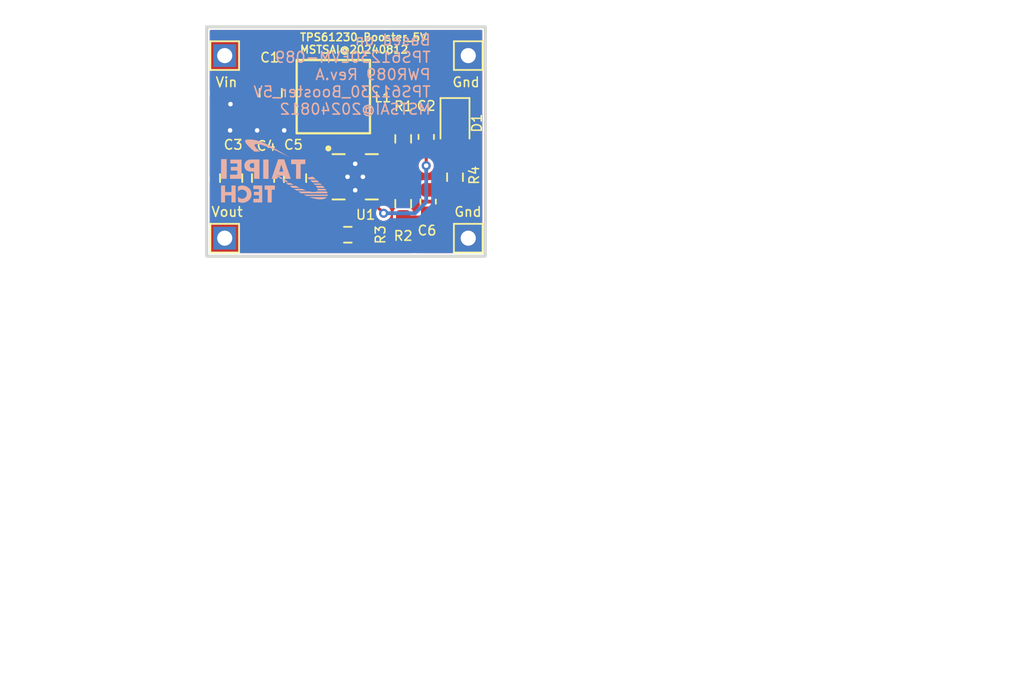
<source format=kicad_pcb>
(kicad_pcb (version 20240108) (generator "pcbnew") (generator_version "8.0")
  (layers (0 "F.Cu" signal) (31 "B.Cu" signal) (34 "B.Paste" user) (35 "F.Paste" user) (36 "B.SilkS" user "B.Silkscreen") (37 "F.SilkS" user "F.Silkscreen") (38 "B.Mask" user) (39 "F.Mask" user) (44 "Edge.Cuts" user))
  (net 0 "")
  (net 1 "GND")
  (net 2 "Net-(U1-SS)")
  (net 3 "Net-(U1-SW)")
  (net 4 "/FB")
  (net 5 "Net-(U1-VOUT)")
  (net 6 "/VIN")
  (net 7 "Net-(U1-PG)")
  (net 9 "Net-(D1-A)")
  (footprint "Resistor_SMD:R_0603_1608Metric_Pad0.98x0.95mm_HandSolder" (layer "F.Cu") (at 138.8315 71.501 180)
    (property "Reference" "R3" (at -2.159 0 90) (layer "F.SilkS") (effects (font (size 0.635 0.635) (thickness 0.1016))))
    (property "Value" "1M0" (hide yes))
    (fp_line (start -0.254724 0.5225) (end 0.254724 0.5225) (stroke (width 0.12)) (layer "F.SilkS"))
    (fp_line (start -0.254724 -0.5225) (end 0.254724 -0.5225) (stroke (width 0.12)) (layer "F.SilkS"))
    (pad "1" smd roundrect (at -0.9125 0 180) (size 0.975 0.95) (layers "F.Cu" "F.Paste" "F.Mask") (net 5 "Net-(U1-VOUT)"))
    (pad "2" smd roundrect (at 0.9125 0 180) (size 0.975 0.95) (layers "F.Cu" "F.Paste" "F.Mask") (net 7 "Net-(U1-PG)"))
  )
  (footprint "TestPoint:TestPoint_THTPad_1.5x1.5mm_Drill0.7mm" (layer "F.Cu") (at 130.683 59.6392)
    (property "Reference" "TP5" (hide yes))
    (property "Value" "VIN" (hide yes))
    (fp_line (start -0.95 -0.95) (end 0.95 -0.95) (stroke (width 0.12)) (layer "F.SilkS"))
    (fp_line (start -0.95 0.95) (end -0.95 -0.95) (stroke (width 0.12)) (layer "F.SilkS"))
    (fp_line (start 0.95 -0.95) (end 0.95 0.95) (stroke (width 0.12)) (layer "F.SilkS"))
    (fp_line (start 0.95 0.95) (end -0.95 0.95) (stroke (width 0.12)) (layer "F.SilkS"))
    (pad "1" thru_hole rect (at 0 0) (size 1.5 1.5) (drill 1) (layers "*.Cu" "*.Mask" "In1.Cu" "In2.Cu" "In3.Cu" "In4.Cu" "In5.Cu" "In6.Cu" "In7.Cu" "In8.Cu" "In9.Cu" "In10.Cu" "In11.Cu" "In12.Cu" "In13.Cu" "In14.Cu" "In15.Cu" "In16.Cu" "In17.Cu" "In18.Cu" "In19.Cu" "In20.Cu" "In21.Cu" "In22.Cu" "In23.Cu" "In24.Cu" "In25.Cu" "In26.Cu" "In27.Cu" "In28.Cu" "In29.Cu" "In30.Cu") (net 6 "/VIN"))
  )
  (footprint "Basic:TPS61230DRCR" (layer "F.Cu") (at 139.319 67.6656)
    (property "Reference" "U1" (at 0.6858 2.5146 180) (layer "F.SilkS") (effects (font (size 0.635 0.635) (thickness 0.1016) (bold yes))))
    (property "Value" "VREG_V62_16624-01YE_TPS61230DRCR" (hide yes))
    (fp_line (start -1.5 -1.5) (end -0.695 -1.5) (stroke (width 0.127)) (layer "F.SilkS"))
    (fp_line (start -1.5 1.5) (end -0.695 1.5) (stroke (width 0.127)) (layer "F.SilkS"))
    (fp_line (start 0.695 -1.5) (end 1.5 -1.5) (stroke (width 0.127)) (layer "F.SilkS"))
    (fp_line (start 0.695 1.5) (end 1.5 1.5) (stroke (width 0.127)) (layer "F.SilkS"))
    (fp_circle (center -1.778 -1.8796) (end -1.678 -1.8796) (stroke (width 0.2)) (fill none) (layer "F.SilkS"))
    (pad "1" smd roundrect (at -1.4 -1) (size 0.6 0.24) (layers "F.Cu" "F.Paste") (roundrect_rratio 0.125) (net 3 "Net-(U1-SW)"))
    (pad "2" smd roundrect (at -1.4 -0.5) (size 0.6 0.24) (layers "F.Cu" "F.Paste") (roundrect_rratio 0.125) (net 3 "Net-(U1-SW)"))
    (pad "3" smd roundrect (at -1.4 0) (size 0.6 0.24) (layers "F.Cu" "F.Paste") (roundrect_rratio 0.125) (net 5 "Net-(U1-VOUT)"))
    (pad "4" smd roundrect (at -1.4 0.5) (size 0.6 0.24) (layers "F.Cu" "F.Paste") (roundrect_rratio 0.125) (net 5 "Net-(U1-VOUT)"))
    (pad "5" smd roundrect (at -1.4 1) (size 0.6 0.24) (layers "F.Cu" "F.Paste") (roundrect_rratio 0.125) (net 7 "Net-(U1-PG)"))
    (pad "6" smd roundrect (at 1.4 1) (size 0.6 0.24) (layers "F.Cu" "F.Paste") (roundrect_rratio 0.125) (net 2 "Net-(U1-SS)"))
    (pad "7" smd roundrect (at 1.4 0.5) (size 0.6 0.24) (layers "F.Cu" "F.Paste") (roundrect_rratio 0.125) (net 4 "/FB"))
    (pad "8" smd roundrect (at 1.4 0) (size 0.6 0.24) (layers "F.Cu" "F.Paste") (roundrect_rratio 0.125))
    (pad "9" smd roundrect (at 1.4 -0.5) (size 0.6 0.24) (layers "F.Cu" "F.Paste") (roundrect_rratio 0.125) (net 6 "/VIN"))
    (pad "10" smd roundrect (at 1.4 -1) (size 0.6 0.24) (layers "F.Cu" "F.Paste") (roundrect_rratio 0.125) (net 6 "/VIN"))
    (pad "11" smd custom (at 0 0) (size 1.65 2.4) (layers "F.Cu") (net 1 "GND") (options (clearance outline) (anchor rect)) (primitives (gr_poly (pts (xy -0.825 -1.2) (xy -0.375 -1.2) (xy -0.375 -1.7) (xy -0.125 -1.7) (xy -0.125 -1.2) (xy 0.125 -1.2) (xy 0.125 -1.7) (xy 0.375 -1.7) (xy 0.375 -1.2) (xy 0.825 -1.2) (xy 0.825 1.2) (xy 0.375 1.2) (xy 0.375 1.7) (xy 0.125 1.7) (xy 0.125 1.2) (xy -0.125 1.2) (xy -0.125 1.7) (xy -0.375 1.7) (xy -0.375 1.2) (xy -0.825 1.2)) (width 0.01) (fill yes))))
    (pad "12" thru_hole circle (at 0 0.889) (size 0.5 0.5) (drill 0.3) (layers "*.Cu" "In1.Cu" "In2.Cu" "In3.Cu" "In4.Cu" "In5.Cu" "In6.Cu" "In7.Cu" "In8.Cu" "In9.Cu" "In10.Cu" "In11.Cu" "In12.Cu" "In13.Cu" "In14.Cu" "In15.Cu" "In16.Cu" "In17.Cu" "In18.Cu" "In19.Cu" "In20.Cu" "In21.Cu" "In22.Cu" "In23.Cu" "In24.Cu" "In25.Cu" "In26.Cu" "In27.Cu" "In28.Cu" "In29.Cu" "In30.Cu") (net 1 "GND"))
    (pad "13" thru_hole circle (at -0.508 0) (size 0.5 0.5) (drill 0.3) (layers "*.Cu" "In1.Cu" "In2.Cu" "In3.Cu" "In4.Cu" "In5.Cu" "In6.Cu" "In7.Cu" "In8.Cu" "In9.Cu" "In10.Cu" "In11.Cu" "In12.Cu" "In13.Cu" "In14.Cu" "In15.Cu" "In16.Cu" "In17.Cu" "In18.Cu" "In19.Cu" "In20.Cu" "In21.Cu" "In22.Cu" "In23.Cu" "In24.Cu" "In25.Cu" "In26.Cu" "In27.Cu" "In28.Cu" "In29.Cu" "In30.Cu") (net 1 "GND"))
    (pad "14" thru_hole circle (at 0.508 0) (size 0.5 0.5) (drill 0.3) (layers "*.Cu" "In1.Cu" "In2.Cu" "In3.Cu" "In4.Cu" "In5.Cu" "In6.Cu" "In7.Cu" "In8.Cu" "In9.Cu" "In10.Cu" "In11.Cu" "In12.Cu" "In13.Cu" "In14.Cu" "In15.Cu" "In16.Cu" "In17.Cu" "In18.Cu" "In19.Cu" "In20.Cu" "In21.Cu" "In22.Cu" "In23.Cu" "In24.Cu" "In25.Cu" "In26.Cu" "In27.Cu" "In28.Cu" "In29.Cu" "In30.Cu") (net 1 "GND"))
    (pad "15" thru_hole circle (at 0 -0.8636) (size 0.5 0.5) (drill 0.3) (layers "*.Cu" "In1.Cu" "In2.Cu" "In3.Cu" "In4.Cu" "In5.Cu" "In6.Cu" "In7.Cu" "In8.Cu" "In9.Cu" "In10.Cu" "In11.Cu" "In12.Cu" "In13.Cu" "In14.Cu" "In15.Cu" "In16.Cu" "In17.Cu" "In18.Cu" "In19.Cu" "In20.Cu" "In21.Cu" "In22.Cu" "In23.Cu" "In24.Cu" "In25.Cu" "In26.Cu" "In27.Cu" "In28.Cu" "In29.Cu" "In30.Cu") (net 1 "GND"))
  )
  (footprint "TestPoint:TestPoint_THTPad_1.5x1.5mm_Drill0.7mm" (layer "F.Cu") (at 146.8 59.6392)
    (property "Reference" "TP8" (hide yes))
    (property "Value" "GND" (hide yes))
    (fp_line (start -0.95 -0.95) (end 0.95 -0.95) (stroke (width 0.12)) (layer "F.SilkS"))
    (fp_line (start -0.95 0.95) (end -0.95 -0.95) (stroke (width 0.12)) (layer "F.SilkS"))
    (fp_line (start 0.95 -0.95) (end 0.95 0.95) (stroke (width 0.12)) (layer "F.SilkS"))
    (fp_line (start 0.95 0.95) (end -0.95 0.95) (stroke (width 0.12)) (layer "F.SilkS"))
    (pad "1" thru_hole rect (at 0 0) (size 1.5 1.5) (drill 1) (layers "*.Cu" "*.Mask" "In1.Cu" "In2.Cu" "In3.Cu" "In4.Cu" "In5.Cu" "In6.Cu" "In7.Cu" "In8.Cu" "In9.Cu" "In10.Cu" "In11.Cu" "In12.Cu" "In13.Cu" "In14.Cu" "In15.Cu" "In16.Cu" "In17.Cu" "In18.Cu" "In19.Cu" "In20.Cu" "In21.Cu" "In22.Cu" "In23.Cu" "In24.Cu" "In25.Cu" "In26.Cu" "In27.Cu" "In28.Cu" "In29.Cu" "In30.Cu") (net 1 "GND"))
  )
  (footprint "Capacitor_SMD:C_0603_1608Metric" (layer "F.Cu") (at 144.018 65.024 90)
    (property "Reference" "C2" (at 2.0574 0 0) (layer "F.SilkS") (effects (font (size 0.635 0.635) (thickness 0.1016))))
    (property "Value" "10nF" (hide yes))
    (fp_line (start -0.14058 -0.51) (end 0.14058 -0.51) (stroke (width 0.12)) (layer "F.SilkS"))
    (fp_line (start -0.14058 0.51) (end 0.14058 0.51) (stroke (width 0.12)) (layer "F.SilkS"))
    (pad "1" smd roundrect (at -0.775 0 90) (size 0.9 0.95) (layers "F.Cu" "F.Paste" "F.Mask") (net 2 "Net-(U1-SS)"))
    (pad "2" smd roundrect (at 0.775 0 90) (size 0.9 0.95) (layers "F.Cu" "F.Paste" "F.Mask") (net 1 "GND"))
  )
  (footprint "LED_SMD:LED_0805_2012Metric" (layer "F.Cu") (at 145.923 64.135 -90)
    (property "Reference" "D1" (at -0.0254 -1.4478 90) (layer "F.SilkS") (effects (font (size 0.635 0.635) (thickness 0.1016))))
    (property "Value" "LED" (hide yes))
    (fp_line (start -1.685 0.96) (end 1 0.96) (stroke (width 0.12)) (layer "F.SilkS"))
    (fp_line (start -1.685 -0.96) (end -1.685 0.96) (stroke (width 0.12)) (layer "F.SilkS"))
    (fp_line (start 1 -0.96) (end -1.685 -0.96) (stroke (width 0.12)) (layer "F.SilkS"))
    (pad "1" smd roundrect (at -0.9375 0 270) (size 0.975 1.4) (layers "F.Cu" "F.Paste" "F.Mask") (net 1 "GND"))
    (pad "2" smd roundrect (at 0.9375 0 270) (size 0.975 1.4) (layers "F.Cu" "F.Paste" "F.Mask") (net 9 "Net-(D1-A)"))
  )
  (footprint "Resistor_SMD:R_0603_1608Metric_Pad0.98x0.95mm_HandSolder" (layer "F.Cu") (at 142.494 69.44455 90)
    (property "Reference" "R2" (at -2.13265 0 180) (layer "F.SilkS") (effects (font (size 0.635 0.635) (thickness 0.1016))))
    (property "Value" "402K" (hide yes))
    (fp_line (start -0.254724 -0.5225) (end 0.254724 -0.5225) (stroke (width 0.12)) (layer "F.SilkS"))
    (fp_line (start -0.254724 0.5225) (end 0.254724 0.5225) (stroke (width 0.12)) (layer "F.SilkS"))
    (pad "1" smd roundrect (at -0.9125 0 90) (size 0.975 0.95) (layers "F.Cu" "F.Paste" "F.Mask") (net 5 "Net-(U1-VOUT)"))
    (pad "2" smd roundrect (at 0.9125 0 90) (size 0.975 0.95) (layers "F.Cu" "F.Paste" "F.Mask") (net 4 "/FB"))
  )
  (footprint "Capacitor_SMD:C_0805_2012Metric" (layer "F.Cu") (at 135.3376 67.752 90)
    (property "Reference" "C5" (at 2.2098 -0.108 180) (layer "F.SilkS") (effects (font (size 0.635 0.635) (thickness 0.1016))))
    (property "Value" "22uF" (hide yes))
    (fp_line (start -0.261252 -0.735) (end 0.261252 -0.735) (stroke (width 0.12)) (layer "F.SilkS"))
    (fp_line (start -0.261252 0.735) (end 0.261252 0.735) (stroke (width 0.12)) (layer "F.SilkS"))
    (pad "1" smd roundrect (at -0.95 0 90) (size 1 1.45) (layers "F.Cu" "F.Paste" "F.Mask") (net 5 "Net-(U1-VOUT)"))
    (pad "2" smd roundrect (at 0.95 0 90) (size 1 1.45) (layers "F.Cu" "F.Paste" "F.Mask") (net 1 "GND"))
  )
  (footprint "Capacitor_SMD:C_0805_2012Metric" (layer "F.Cu") (at 133.223 67.752 90)
    (property "Reference" "C4" (at 2.1336 0.2032 180) (layer "F.SilkS") (effects (font (size 0.635 0.635) (thickness 0.1016))))
    (property "Value" "22uF" (hide yes))
    (fp_line (start -0.261252 -0.735) (end 0.261252 -0.735) (stroke (width 0.12)) (layer "F.SilkS"))
    (fp_line (start -0.261252 0.735) (end 0.261252 0.735) (stroke (width 0.12)) (layer "F.SilkS"))
    (pad "1" smd roundrect (at -0.95 0 90) (size 1 1.45) (layers "F.Cu" "F.Paste" "F.Mask") (net 5 "Net-(U1-VOUT)"))
    (pad "2" smd roundrect (at 0.95 0 90) (size 1 1.45) (layers "F.Cu" "F.Paste" "F.Mask") (net 1 "GND"))
  )
  (footprint "Basic:IND_EXLA-0402_EAT" (layer "F.Cu") (at 137.8712 62.357 -90)
    (property "Reference" "L1" (at 0.0508 -3.2766 0) (layer "F.SilkS") (effects (font (size 0.635 0.635) (thickness 0.1016))))
    (property "Value" "1uH" (hide yes))
    (fp_line (start -2.4257 2.4257) (end 2.4257 2.4257) (stroke (width 0.1524)) (layer "F.SilkS"))
    (fp_line (start 2.4257 2.4257) (end 2.4257 -2.4257) (stroke (width 0.1524)) (layer "F.SilkS"))
    (fp_line (start -2.4257 -2.4257) (end -2.4257 2.4257) (stroke (width 0.1524)) (layer "F.SilkS"))
    (fp_line (start 2.4257 -2.4257) (end -2.4257 -2.4257) (stroke (width 0.1524)) (layer "F.SilkS"))
    (pad "1" smd rect (at -1.1303 0 270) (size 1.0922 3.7084) (layers "F.Cu" "F.Paste" "F.Mask") (net 6 "/VIN"))
    (pad "2" smd rect (at 1.1303 0 270) (size 1.0922 3.7084) (layers "F.Cu" "F.Paste" "F.Mask") (net 3 "Net-(U1-SW)"))
  )
  (footprint "TestPoint:TestPoint_THTPad_1.5x1.5mm_Drill0.7mm" (layer "F.Cu") (at 146.8 71.7296)
    (property "Reference" "TP6" (hide yes))
    (property "Value" "GND" (hide yes))
    (fp_line (start -0.95 -0.95) (end 0.95 -0.95) (stroke (width 0.12)) (layer "F.SilkS"))
    (fp_line (start -0.95 0.95) (end -0.95 -0.95) (stroke (width 0.12)) (layer "F.SilkS"))
    (fp_line (start 0.95 -0.95) (end 0.95 0.95) (stroke (width 0.12)) (layer "F.SilkS"))
    (fp_line (start 0.95 0.95) (end -0.95 0.95) (stroke (width 0.12)) (layer "F.SilkS"))
    (pad "1" thru_hole rect (at 0 0) (size 1.5 1.5) (drill 1) (layers "*.Cu" "*.Mask" "In1.Cu" "In2.Cu" "In3.Cu" "In4.Cu" "In5.Cu" "In6.Cu" "In7.Cu" "In8.Cu" "In9.Cu" "In10.Cu" "In11.Cu" "In12.Cu" "In13.Cu" "In14.Cu" "In15.Cu" "In16.Cu" "In17.Cu" "In18.Cu" "In19.Cu" "In20.Cu" "In21.Cu" "In22.Cu" "In23.Cu" "In24.Cu" "In25.Cu" "In26.Cu" "In27.Cu" "In28.Cu" "In29.Cu" "In30.Cu") (net 1 "GND"))
  )
  (footprint "Resistor_SMD:R_0603_1608Metric_Pad0.98x0.95mm_HandSolder" (layer "F.Cu") (at 142.494 65.151 90)
    (property "Reference" "R1" (at 2.1571 0.0254 180) (layer "F.SilkS") (effects (font (size 0.635 0.635) (thickness 0.1016))))
    (property "Value" "100K" (hide yes))
    (fp_line (start -0.254724 -0.5225) (end 0.254724 -0.5225) (stroke (width 0.12)) (layer "F.SilkS"))
    (fp_line (start -0.254724 0.5225) (end 0.254724 0.5225) (stroke (width 0.12)) (layer "F.SilkS"))
    (pad "1" smd roundrect (at -0.9125 0 90) (size 0.975 0.95) (layers "F.Cu" "F.Paste" "F.Mask") (net 4 "/FB"))
    (pad "2" smd roundrect (at 0.9125 0 90) (size 0.975 0.95) (layers "F.Cu" "F.Paste" "F.Mask") (net 1 "GND"))
  )
  (footprint "Capacitor_SMD:C_0805_2012Metric" (layer "F.Cu") (at 133.731 62.103 -90)
    (property "Reference" "C1" (at -2.3368 0.0762 180) (layer "F.SilkS") (effects (font (size 0.635 0.635) (thickness 0.1016))))
    (property "Value" "22uF" (hide yes))
    (fp_line (start -0.261252 0.735) (end 0.261252 0.735) (stroke (width 0.12)) (layer "F.SilkS"))
    (fp_line (start -0.261252 -0.735) (end 0.261252 -0.735) (stroke (width 0.12)) (layer "F.SilkS"))
    (pad "1" smd roundrect (at -0.95 0 270) (size 1 1.45) (layers "F.Cu" "F.Paste" "F.Mask") (net 6 "/VIN"))
    (pad "2" smd roundrect (at 0.95 0 270) (size 1 1.45) (layers "F.Cu" "F.Paste" "F.Mask") (net 1 "GND"))
  )
  (footprint "Capacitor_SMD:C_0603_1608Metric" (layer "F.Cu") (at 144.145 69.30705 90)
    (property "Reference" "C6" (at -1.9155 -0.0762 0) (layer "F.SilkS") (effects (font (size 0.635 0.635) (thickness 0.1016))))
    (property "Value" "DNI/18pF" (hide yes))
    (fp_line (start -0.14058 -0.51) (end 0.14058 -0.51) (stroke (width 0.12)) (layer "F.SilkS"))
    (fp_line (start -0.14058 0.51) (end 0.14058 0.51) (stroke (width 0.12)) (layer "F.SilkS"))
    (pad "1" smd roundrect (at -0.775 0 90) (size 0.9 0.95) (layers "F.Cu" "F.Paste" "F.Mask") (net 5 "Net-(U1-VOUT)"))
    (pad "2" smd roundrect (at 0.775 0 90) (size 0.9 0.95) (layers "F.Cu" "F.Paste" "F.Mask") (net 4 "/FB"))
  )
  (footprint "TestPoint:TestPoint_THTPad_1.5x1.5mm_Drill0.7mm" (layer "F.Cu") (at 130.683 71.7296)
    (property "Reference" "TP7" (hide yes))
    (property "Value" "VOUT" (hide yes))
    (fp_line (start -0.95 -0.95) (end 0.95 -0.95) (stroke (width 0.12)) (layer "F.SilkS"))
    (fp_line (start -0.95 0.95) (end -0.95 -0.95) (stroke (width 0.12)) (layer "F.SilkS"))
    (fp_line (start 0.95 -0.95) (end 0.95 0.95) (stroke (width 0.12)) (layer "F.SilkS"))
    (fp_line (start 0.95 0.95) (end -0.95 0.95) (stroke (width 0.12)) (layer "F.SilkS"))
    (pad "1" thru_hole rect (at 0 0) (size 1.5 1.5) (drill 1) (layers "*.Cu" "*.Mask" "In1.Cu" "In2.Cu" "In3.Cu" "In4.Cu" "In5.Cu" "In6.Cu" "In7.Cu" "In8.Cu" "In9.Cu" "In10.Cu" "In11.Cu" "In12.Cu" "In13.Cu" "In14.Cu" "In15.Cu" "In16.Cu" "In17.Cu" "In18.Cu" "In19.Cu" "In20.Cu" "In21.Cu" "In22.Cu" "In23.Cu" "In24.Cu" "In25.Cu" "In26.Cu" "In27.Cu" "In28.Cu" "In29.Cu" "In30.Cu") (net 5 "Net-(U1-VOUT)"))
  )
  (footprint "Resistor_SMD:R_0603_1608Metric_Pad0.98x0.95mm_HandSolder" (layer "F.Cu") (at 145.923 67.691 90)
    (property "Reference" "R4" (at 0.127 1.27 90) (layer "F.SilkS") (effects (font (size 0.635 0.635) (thickness 0.1016))))
    (property "Value" "1K" (hide yes))
    (fp_line (start -0.254724 -0.5225) (end 0.254724 -0.5225) (stroke (width 0.12)) (layer "F.SilkS"))
    (fp_line (start -0.254724 0.5225) (end 0.254724 0.5225) (stroke (width 0.12)) (layer "F.SilkS"))
    (pad "1" smd roundrect (at -0.9125 0 90) (size 0.975 0.95) (layers "F.Cu" "F.Paste" "F.Mask") (net 5 "Net-(U1-VOUT)"))
    (pad "2" smd roundrect (at 0.9125 0 90) (size 0.975 0.95) (layers "F.Cu" "F.Paste" "F.Mask") (net 9 "Net-(D1-A)"))
  )
  (footprint "Capacitor_SMD:C_0805_2012Metric" (layer "F.Cu") (at 131.1084 67.752 90)
    (property "Reference" "C3" (at 2.2098 0.1334 180) (layer "F.SilkS") (effects (font (size 0.635 0.635) (thickness 0.1016))))
    (property "Value" "22uF" (hide yes))
    (fp_line (start -0.261252 -0.735) (end 0.261252 -0.735) (stroke (width 0.12)) (layer "F.SilkS"))
    (fp_line (start -0.261252 0.735) (end 0.261252 0.735) (stroke (width 0.12)) (layer "F.SilkS"))
    (pad "1" smd roundrect (at -0.95 0 90) (size 1 1.45) (layers "F.Cu" "F.Paste" "F.Mask") (net 5 "Net-(U1-VOUT)"))
    (pad "2" smd roundrect (at 0.95 0 90) (size 1 1.45) (layers "F.Cu" "F.Paste" "F.Mask") (net 1 "GND"))
  )
  (footprint "VST104_logos:NTUT_logo_8mm" (layer "B.Cu") (at 133.9596 67.31 180)
    (property "Reference" "REF**" (hide yes))
    (property "Value" "NTUT_logo_8mm" (hide yes))
    (fp_poly (pts (xy -1.006078 0.938306) (xy -1.00807 0.936313) (xy -1.010062 0.938306) (xy -1.00807 0.940298)) (fill solid) (layer "B.SilkS"))
    (fp_poly (pts (xy -1.014047 0.934321) (xy -1.016039 0.932329) (xy -1.018031 0.934321) (xy -1.016039 0.936313)) (fill solid) (layer "B.SilkS"))
    (fp_poly (pts (xy 0.727099 0.151404) (xy 0.727099 -0.490071) (xy 0.551789 -0.490071) (xy 0.376479 -0.490071) (xy 0.376479 0.151404) (xy 0.376479 0.792878) (xy 0.551789 0.792878) (xy 0.727099 0.792878)) (fill solid) (layer "B.SilkS"))
    (fp_poly (pts (xy -2.639647 -0.838698) (xy -2.685336 -0.884518) (xy -2.916491 -0.884386) (xy -3.147647 -0.884253) (xy -3.099835 -0.838727) (xy -3.052023 -0.7932) (xy -2.82299 -0.793039) (xy -2.593957 -0.792879)) (fill solid) (layer "B.SilkS"))
    (fp_poly (pts (xy -1.574349 -1.152435) (xy -1.305008 -1.153459) (xy -1.386531 -1.206251) (xy -1.468055 -1.259043) (xy -1.795866 -1.258922) (xy -2.123678 -1.258801) (xy -2.043992 -1.229581) (xy -2.015085 -1.218855) (xy -1.98388 -1.207061) (xy -1.9529 -1.195168) (xy -1.924666 -1.184142) (xy -1.903998 -1.175886) (xy -1.84369 -1.151411)) (fill solid) (layer "B.SilkS"))
    (fp_poly (pts (xy -0.915922 -0.761954) (xy -0.762603 -0.762996) (xy -0.843501 -0.823723) (xy -0.9244 -0.88445) (xy -1.107558 -0.884484) (xy -1.290717 -0.884518) (xy -1.204695 -0.8372) (xy -1.179227 -0.823155) (xy -1.154614 -0.809512) (xy -1.132196 -0.797021) (xy -1.113312 -0.78643) (xy -1.099303 -0.778486) (xy -1.093957 -0.775397) (xy -1.069241 -0.760911)) (fill solid) (layer "B.SilkS"))
    (fp_poly (pts (xy -1.219068 -0.953211) (xy -1.019004 -0.954243) (xy -1.113145 -1.020841) (xy -1.207286 -1.087439) (xy -1.452321 -1.087331) (xy -1.697356 -1.087224) (xy -1.679427 -1.078737) (xy -1.671561 -1.074965) (xy -1.657527 -1.068183) (xy -1.63832 -1.058873) (xy -1.614936 -1.04752) (xy -1.588368 -1.034606) (xy -1.559612 -1.020613) (xy -1.540315 -1.011215) (xy -1.419132 -0.952179)) (fill solid) (layer "B.SilkS"))
    (fp_poly (pts (xy 0.635459 -1.067939) (xy 0.635459 -1.207247) (xy 0.535851 -1.207247) (xy 0.436244 -1.207247) (xy 0.436244 -1.631577) (xy 0.436244 -2.055906) (xy 0.300777 -2.055906) (xy 0.16531 -2.055906) (xy 0.16531 -1.631577) (xy 0.16531 -1.207247) (xy 0.059674 -1.207247) (xy -0.045962 -1.207247) (xy -0.044914 -1.068792) (xy -0.043866 -0.930338) (xy 0.295797 -0.929484) (xy 0.635459 -0.928631)) (fill solid) (layer "B.SilkS"))
    (fp_poly (pts (xy 2.906518 0.655419) (xy 2.906518 0.525929) (xy 2.675428 0.525929) (xy 2.444338 0.525929) (xy 2.444338 0.414368) (xy 2.444338 0.302808) (xy 2.657499 0.302808) (xy 2.870659 0.302808) (xy 2.870659 0.179294) (xy 2.870659 0.05578) (xy 2.657499 0.05578) (xy 2.444338 0.05578) (xy 2.444338 -0.077694) (xy 2.444338 -0.211169) (xy 2.685389 -0.211169) (xy 2.92644 -0.211169) (xy 2.92644 -0.35062) (xy 2.92644 -0.490071) (xy 2.543946 -0.490071) (xy 2.161451 -0.490071) (xy 2.161451 0.147419) (xy 2.161451 0.78491) (xy 2.533985 0.78491) (xy 2.906518 0.78491)) (fill solid) (layer "B.SilkS"))
    (fp_poly (pts (xy -1.117639 0.63749) (xy -1.117639 0.482102) (xy -1.28312 0.482102) (xy -1.448602 0.482102) (xy -1.446461 0.158376) (xy -1.446083 0.103195) (xy -1.445669 0.046571) (xy -1.445229 -0.010437) (xy -1.444772 -0.066768) (xy -1.444307 -0.121359) (xy -1.443844 -0.173151) (xy -1.443391 -0.221083) (xy -1.442958 -0.264094) (xy -1.442555 -0.301122) (xy -1.442234 -0.32771) (xy -1.440148 -0.490071) (xy -1.595646 -0.490071) (xy -1.751145 -0.490071) (xy -1.751145 -0.003985) (xy -1.751145 0.482102) (xy -1.904541 0.482102) (xy -2.057937 0.482102) (xy -2.057937 0.63749) (xy -2.057937 0.792878) (xy -1.587788 0.792878) (xy -1.117639 0.792878)) (fill solid) (layer "B.SilkS"))
    (fp_poly (pts (xy -2.60888 -0.587786) (xy -2.567611 -0.588327) (xy -2.528813 -0.588853) (xy -2.493202 -0.589353) (xy -2.461495 -0.589815) (xy -2.434406 -0.590229) (xy -2.412653 -0.590584) (xy -2.396952 -0.59087) (xy -2.388018 -0.591075) (xy -2.386175 -0.591162) (xy -2.388805 -0.593922) (xy -2.396443 -0.601407) (xy -2.40831 -0.612867) (xy -2.423626 -0.627551) (xy -2.441612 -0.644709) (xy -2.455901 -0.65829) (xy -2.526094 -0.724909) (xy -2.7532 -0.724829) (xy -2.980305 -0.724748) (xy -2.93847 -0.684745) (xy -2.91981 -0.667012) (xy -2.899643 -0.648027) (xy -2.880357 -0.630028) (xy -2.864336 -0.61525) (xy -2.863876 -0.61483) (xy -2.831118 -0.584919)) (fill solid) (layer "B.SilkS"))
    (fp_poly (pts (xy -2.86585 -1.164387) (xy -2.867669 -1.178051) (xy -2.868555 -1.196392) (xy -2.868506 -1.216176) (xy -2.867524 -1.234169) (xy -2.865856 -1.246094) (xy -2.862967 -1.259043) (xy -3.155715 -1.259043) (xy -3.203225 -1.258998) (xy -3.248343 -1.258867) (xy -3.290445 -1.258657) (xy -3.32891 -1.258376) (xy -3.363114 -1.258031) (xy -3.392436 -1.257629) (xy -3.416254 -1.257178) (xy -3.433944 -1.256684) (xy -3.444886 -1.256155) (xy -3.448462 -1.255622) (xy -3.44636 -1.251264) (xy -3.440573 -1.241555) (xy -3.431879 -1.227746) (xy -3.421058 -1.211087) (xy -3.415592 -1.20283) (xy -3.382721 -1.153459) (xy -3.122838 -1.152434) (xy -2.862956 -1.151409)) (fill solid) (layer "B.SilkS"))
    (fp_poly (pts (xy -2.777426 -0.992785) (xy -2.790801 -1.01139) (xy -2.803972 -1.030806) (xy -2.815292 -1.048544) (xy -2.822231 -1.060451) (xy -2.83687 -1.087583) (xy -3.085511 -1.08765) (xy -3.136175 -1.087655) (xy -3.179435 -1.08763) (xy -3.215857 -1.087558) (xy -3.246006 -1.087423) (xy -3.270446 -1.08721) (xy -3.289742 -1.086902) (xy -3.30446 -1.086483) (xy -3.315166 -1.085938) (xy -3.322422 -1.085249) (xy -3.326796 -1.084402) (xy -3.328852 -1.083379) (xy -3.329154 -1.082165) (xy -3.32827 -1.080745) (xy -3.3235 -1.075051) (xy -3.314861 -1.064701) (xy -3.303581 -1.051166) (xy -3.29089 -1.035922) (xy -3.27612 -1.018442) (xy -3.260653 -1.000584) (xy -3.246547 -0.984702) (xy -3.237776 -0.975161) (xy -3.216159 -0.952251) (xy -2.98171 -0.952251) (xy -2.74726 -0.952251)) (fill solid) (layer "B.SilkS"))
    (fp_poly (pts (xy 3.516118 0.163357) (xy 3.516118 -0.490071) (xy 3.333266 -0.490071) (xy 3.289997 -0.490048) (xy 3.254024 -0.489964) (xy 3.224676 -0.489797) (xy 3.201282 -0.489523) (xy 3.183168 -0.48912) (xy 3.169665 -0.488564) (xy 3.160098 -0.487833) (xy 3.153798 -0.486904) (xy 3.150091 -0.485755) (xy 3.148307 -0.484362) (xy 3.147995 -0.483769) (xy 3.147729 -0.479152) (xy 3.147471 -0.466991) (xy 3.147223 -0.447709) (xy 3.146986 -0.42173) (xy 3.146762 -0.389479) (xy 3.146553 -0.351379) (xy 3.146359 -0.307855) (xy 3.146183 -0.25933) (xy 3.146027 -0.206229) (xy 3.145891 -0.148975) (xy 3.145777 -0.087993) (xy 3.145688 -0.023706) (xy 3.145623 0.043462) (xy 3.145586 0.113086) (xy 3.145577 0.169659) (xy 3.145577 0.816784) (xy 3.330848 0.816784) (xy 3.516118 0.816784)) (fill solid) (layer "B.SilkS"))
    (fp_poly (pts (xy -0.607647 -0.552562) (xy -0.579532 -0.5532) (xy -0.55418 -0.553812) (xy -0.532636 -0.55437) (xy -0.515946 -0.554846) (xy -0.505154 -0.555211) (xy -0.501311 -0.555435) (xy -0.504008 -0.557964) (xy -0.511975 -0.564627) (xy -0.524219 -0.574631) (xy -0.539747 -0.587183) (xy -0.557566 -0.601488) (xy -0.576684 -0.616754) (xy -0.596108 -0.632186) (xy -0.614846 -0.646992) (xy -0.631905 -0.660378) (xy -0.646292 -0.67155) (xy -0.652664 -0.676431) (xy -0.68029 -0.697442) (xy -0.813302 -0.697148) (xy -0.844954 -0.696988) (xy -0.873912 -0.696668) (xy -0.899254 -0.696211) (xy -0.920054 -0.695642) (xy -0.935392 -0.694984) (xy -0.944342 -0.694261) (xy -0.946313 -0.693718) (xy -0.943022 -0.690997) (xy -0.933671 -0.68469) (xy -0.919045 -0.675289) (xy -0.899931 -0.663291) (xy -0.877112 -0.649187) (xy -0.851375 -0.633473) (xy -0.829772 -0.620412) (xy -0.713231 -0.550242)) (fill solid) (layer "B.SilkS"))
    (fp_poly (pts (xy -2.369958 -0.375875) (xy -2.333551 -0.382676) (xy -2.29958 -0.389104) (xy -2.268843 -0.395002) (xy -2.242137 -0.400214) (xy -2.220259 -0.404582) (xy -2.204007 -0.407949) (xy -2.194177 -0.410159) (xy -2.191483 -0.410977) (xy -2.19359 -0.41422) (xy -2.200852 -0.421922) (xy -2.212437 -0.433277) (xy -2.227519 -0.447479) (xy -2.245267 -0.463723) (xy -2.251995 -0.469777) (xy -2.314925 -0.526158) (xy -2.388635 -0.525048) (xy -2.410497 -0.524726) (xy -2.438775 -0.524321) (xy -2.471918 -0.523854) (xy -2.508374 -0.523347) (xy -2.546593 -0.522822) (xy -2.585021 -0.5223) (xy -2.611434 -0.521945) (xy -2.760523 -0.519953) (xy -2.715026 -0.479827) (xy -2.6922 -0.459919) (xy -2.668173 -0.439355) (xy -2.644014 -0.419016) (xy -2.620793 -0.399781) (xy -2.599578 -0.382532) (xy -2.581438 -0.368147) (xy -2.567444 -0.357507) (xy -2.560518 -0.352648) (xy -2.546015 -0.343191)) (fill solid) (layer "B.SilkS"))
    (fp_poly (pts (xy 1.380526 -1.049779) (xy 1.380526 -1.171309) (xy 1.196251 -1.172345) (xy 1.011977 -1.173381) (xy 1.010905 -1.262032) (xy 1.009832 -1.350683) (xy 1.17725 -1.350683) (xy 1.344667 -1.350683) (xy 1.344667 -1.46432) (xy 1.344667 -1.577957) (xy 1.184299 -1.577787) (xy 1.149095 -1.577752) (xy 1.116219 -1.577724) (xy 1.086563 -1.577702) (xy 1.061015 -1.577689) (xy 1.040466 -1.577683) (xy 1.025807 -1.577685) (xy 1.017927 -1.577697) (xy 1.016957 -1.577703) (xy 1.014955 -1.578194) (xy 1.013376 -1.580173) (xy 1.012171 -1.58448) (xy 1.011288 -1.591954) (xy 1.01068 -1.603434) (xy 1.010295 -1.61976) (xy 1.010084 -1.641772) (xy 1.009998 -1.670309) (xy 1.009985 -1.695326) (xy 1.009985 -1.812863) (xy 1.195255 -1.812863) (xy 1.380526 -1.812863) (xy 1.380526 -1.934385) (xy 1.380526 -2.055906) (xy 1.087679 -2.055906) (xy 0.794832 -2.055906) (xy 0.794832 -1.492226) (xy 0.794832 -0.928545) (xy 1.087679 -0.928397) (xy 1.380526 -0.928248)) (fill solid) (layer "B.SilkS"))
    (fp_poly (pts (xy -2.746227 -1.534066) (xy -1.948368 -1.534171) (xy -1.976404 -1.549007) (xy -1.989953 -1.555994) (xy -2.008663 -1.565388) (xy -2.030497 -1.57618) (xy -2.053415 -1.587359) (xy -2.064544 -1.59273) (xy -2.124649 -1.621616) (xy -2.828123 -1.621616) (xy -2.916044 -1.621613) (xy -2.996341 -1.621602) (xy -3.069362 -1.62158) (xy -3.135451 -1.621542) (xy -3.194954 -1.621487) (xy -3.248216 -1.62141) (xy -3.295584 -1.621307) (xy -3.337402 -1.621176) (xy -3.374017 -1.621013) (xy -3.405774 -1.620815) (xy -3.433019 -1.620578) (xy -3.456097 -1.620298) (xy -3.475355 -1.619973) (xy -3.491137 -1.619599) (xy -3.503789 -1.619173) (xy -3.513657 -1.618691) (xy -3.521087 -1.618149) (xy -3.526424 -1.617545) (xy -3.530014 -1.616874) (xy -3.532203 -1.616134) (xy -3.533335 -1.615321) (xy -3.533705 -1.614643) (xy -3.536001 -1.604653) (xy -3.538632 -1.589772) (xy -3.541148 -1.573042) (xy -3.543098 -1.557502) (xy -3.544031 -1.546193) (xy -3.544056 -1.544918) (xy -3.544086 -1.533961)) (fill solid) (layer "B.SilkS"))
    (fp_poly (pts (xy -2.909584 -1.705549) (xy -2.334847 -1.705812) (xy -2.372698 -1.719806) (xy -2.423249 -1.737344) (xy -2.47988 -1.754968) (xy -2.540723 -1.772201) (xy -2.60391 -1.788567) (xy -2.66757 -1.803588) (xy -2.729837 -1.816787) (xy -2.788842 -1.827688) (xy -2.806988 -1.830654) (xy -2.85219 -1.836781) (xy -2.901312 -1.841674) (xy -2.952644 -1.845278) (xy -3.004474 -1.847538) (xy -3.055091 -1.848397) (xy -3.102782 -1.847801) (xy -3.145837 -1.845694) (xy -3.177529 -1.842671) (xy -3.243846 -1.831985) (xy -3.303539 -1.817151) (xy -3.356844 -1.798075) (xy -3.403997 -1.774661) (xy -3.445234 -1.746816) (xy -3.46938 -1.725913) (xy -3.477859 -1.717247) (xy -3.483273 -1.710629) (xy -3.484321 -1.708462) (xy -3.480411 -1.708094) (xy -3.468976 -1.707741) (xy -3.450461 -1.707406) (xy -3.42531 -1.707092) (xy -3.393966 -1.7068) (xy -3.356875 -1.706532) (xy -3.31448 -1.706291) (xy -3.267225 -1.70608) (xy -3.215554 -1.7059) (xy -3.159912 -1.705754) (xy -3.100743 -1.705643) (xy -3.038491 -1.705571) (xy -2.9736 -1.70554)) (fill solid) (layer "B.SilkS"))
    (fp_poly (pts (xy -1.957991 -1.323768) (xy -1.573843 -1.324785) (xy -1.641576 -1.36517) (xy -1.665839 -1.379561) (xy -1.690963 -1.394332) (xy -1.714938 -1.408311) (xy -1.735754 -1.420323) (xy -1.749126 -1.427923) (xy -1.788942 -1.45029) (xy -2.660256 -1.45029) (xy -3.53157 -1.45029) (xy -3.524385 -1.425389) (xy -3.518329 -1.405986) (xy -3.511214 -1.385635) (xy -3.50372 -1.36604) (xy -3.496529 -1.348902) (xy -3.490323 -1.335924) (xy -3.485782 -1.328809) (xy -3.485693 -1.328718) (xy -3.483878 -1.327641) (xy -3.480401 -1.3267) (xy -3.474766 -1.325887) (xy -3.466481 -1.325193) (xy -3.455051 -1.324611) (xy -3.439983 -1.324132) (xy -3.420782 -1.323747) (xy -3.396955 -1.32345) (xy -3.368008 -1.32323) (xy -3.333446 -1.32308) (xy -3.292776 -1.322993) (xy -3.245505 -1.322958) (xy -3.191137 -1.322969) (xy -3.144331 -1.323003) (xy -2.80898 -1.323299) (xy -2.780491 -1.334795) (xy -2.748526 -1.345665) (xy -2.713966 -1.353263) (xy -2.675253 -1.357834) (xy -2.630825 -1.359623) (xy -2.621717 -1.359669) (xy -2.588874 -1.359249) (xy -2.558303 -1.357837) (xy -2.52808 -1.355221) (xy -2.496283 -1.351187) (xy -2.460991 -1.345523) (xy -2.420279 -1.338014) (xy -2.412203 -1.336445) (xy -2.342139 -1.322752)) (fill solid) (layer "B.SilkS"))
    (fp_poly (pts (xy 3.516118 -1.490134) (xy 3.516118 -2.051922) (xy 3.384636 -2.051922) (xy 3.253153 -2.051922) (xy 3.253153 -1.818839) (xy 3.253153 -1.585757) (xy 3.041985 -1.585757) (xy 2.830816 -1.585757) (xy 2.830816 -1.818839) (xy 2.830816 -2.051922) (xy 2.691351 -2.051922) (xy 2.551887 -2.051922) (xy 2.552896 -1.49113) (xy 2.553906 -0.930338) (xy 2.692361 -0.929488) (xy 2.830816 -0.928638) (xy 2.830816 -1.145637) (xy 2.830869 -1.186388) (xy 2.831022 -1.224646) (xy 2.831265 -1.259689) (xy 2.831588 -1.290792) (xy 2.83198 -1.317234) (xy 2.832433 -1.338292) (xy 2.832936 -1.353242) (xy 2.833478 -1.361362) (xy 2.833804 -1.362657) (xy 2.839099 -1.362668) (xy 2.851384 -1.362679) (xy 2.869736 -1.362688) (xy 2.89323 -1.362698) (xy 2.920941 -1.362706) (xy 2.951944 -1.362714) (xy 2.985316 -1.36272) (xy 3.020131 -1.362726) (xy 3.055465 -1.36273) (xy 3.090393 -1.362733) (xy 3.123991 -1.362735) (xy 3.155334 -1.362735) (xy 3.183498 -1.362734) (xy 3.207558 -1.36273) (xy 3.226589 -1.362725) (xy 3.239667 -1.362718) (xy 3.245867 -1.362709) (xy 3.246181 -1.362707) (xy 3.247695 -1.362317) (xy 3.248974 -1.360767) (xy 3.250037 -1.357438) (xy 3.250903 -1.351711) (xy 3.251593 -1.342966) (xy 3.252126 -1.330584) (xy 3.252523 -1.313947) (xy 3.252803 -1.292434) (xy 3.252986 -1.265427) (xy 3.253092 -1.232306) (xy 3.253142 -1.192451) (xy 3.253153 -1.14549) (xy 3.253153 -0.928345) (xy 3.384636 -0.928345) (xy 3.516118 -0.928345)) (fill solid) (layer "B.SilkS"))
    (fp_poly (pts (xy 1.273946 0.7928) (xy 1.333399 0.792754) (xy 1.385441 0.792642) (xy 1.430625 0.792454) (xy 1.469509 0.792182) (xy 1.502649 0.791816) (xy 1.530599 0.791345) (xy 1.553917 0.790762) (xy 1.573158 0.790056) (xy 1.588877 0.789217) (xy 1.601632 0.788237) (xy 1.611978 0.787105) (xy 1.612684 0.787012) (xy 1.671441 0.776221) (xy 1.724592 0.760124) (xy 1.772684 0.738479) (xy 1.816261 0.711047) (xy 1.851626 0.68163) (xy 1.889314 0.641125) (xy 1.92004 0.596852) (xy 1.943887 0.548645) (xy 1.960941 0.496339) (xy 1.970328 0.447289) (xy 1.972946 0.418394) (xy 1.973786 0.385701) (xy 1.972954 0.351627) (xy 1.970555 0.318591) (xy 1.966697 0.289012) (xy 1.962495 0.268941) (xy 1.949053 0.229903) (xy 1.929544 0.189891) (xy 1.905278 0.150951) (xy 1.877562 0.11513) (xy 1.847705 0.084473) (xy 1.840714 0.078404) (xy 1.805333 0.053214) (xy 1.763835 0.031444) (xy 1.717523 0.013604) (xy 1.667698 0.000204) (xy 1.621577 -0.007559) (xy 1.60848 -0.008659) (xy 1.588754 -0.009658) (xy 1.563739 -0.01052) (xy 1.534774 -0.01121) (xy 1.503199 -0.01169) (xy 1.470353 -0.011924) (xy 1.459216 -0.011942) (xy 1.332714 -0.011953) (xy 1.332714 -0.251012) (xy 1.332714 -0.490071) (xy 1.155412 -0.490071) (xy 0.97811 -0.490071) (xy 0.97811 0.151404) (xy 0.97811 0.23109) (xy 1.332623 0.23109) (xy 1.389549 0.23109) (xy 1.413644 0.231402) (xy 1.438273 0.232253) (xy 1.460692 0.233517) (xy 1.478159 0.235068) (xy 1.479517 0.235233) (xy 1.517855 0.242647) (xy 1.549772 0.254618) (xy 1.575558 0.271409) (xy 1.595502 0.293279) (xy 1.609896 0.320488) (xy 1.619027 0.353299) (xy 1.620471 0.362055) (xy 1.622738 0.399569) (xy 1.61839 0.434197) (xy 1.607632 0.465242) (xy 1.590668 0.492004) (xy 1.578562 0.504834) (xy 1.563703 0.517263) (xy 1.548366 0.527076) (xy 1.53138 0.534564) (xy 1.511578 0.54002) (xy 1.487791 0.543734) (xy 1.458849 0.545998) (xy 1.423583 0.547104) (xy 1.408416 0.54728) (xy 1.334706 0.547843) (xy 1.333665 0.389466) (xy 1.332623 0.23109) (xy 0.97811 0.23109) (xy 0.97811 0.792878)) (fill solid) (layer "B.SilkS"))
    (fp_poly (pts (xy 2.148433 -0.933778) (xy 2.178917 -0.935315) (xy 2.206272 -0.937596) (xy 2.228523 -0.940563) (xy 2.23615 -0.942064) (xy 2.298759 -0.959688) (xy 2.35811 -0.983291) (xy 2.361663 -0.984951) (xy 2.396526 -1.001384) (xy 2.396526 -1.178823) (xy 2.396453 -1.215596) (xy 2.396243 -1.249584) (xy 2.395911 -1.280018) (xy 2.395473 -1.306132) (xy 2.394943 -1.327158) (xy 2.394337 -1.342328) (xy 2.393668 -1.350876) (xy 2.393133 -1.352476) (xy 2.389646 -1.347908) (xy 2.382598 -1.338195) (xy 2.372987 -1.324728) (xy 2.361812 -1.308898) (xy 2.360926 -1.307635) (xy 2.344166 -1.284873) (xy 2.329259 -1.267702) (xy 2.314402 -1.25463) (xy 2.297792 -1.244166) (xy 2.277628 -1.23482) (xy 2.268554 -1.23121) (xy 2.238419 -1.220501) (xy 2.211394 -1.213222) (xy 2.184503 -1.208837) (xy 2.154767 -1.206809) (xy 2.131569 -1.206501) (xy 2.093874 -1.207837) (xy 2.061106 -1.212081) (xy 2.030559 -1.219846) (xy 1.999531 -1.231745) (xy 1.980165 -1.240823) (xy 1.936941 -1.266142) (xy 1.90004 -1.296225) (xy 1.869547 -1.33097) (xy 1.845548 -1.37028) (xy 1.828127 -1.414054) (xy 1.826214 -1.420548) (xy 1.821007 -1.445737) (xy 1.817824 -1.475618) (xy 1.816701 -1.50753) (xy 1.817678 -1.538811) (xy 1.82079 -1.566801) (xy 1.823926 -1.581773) (xy 1.839569 -1.625605) (xy 1.862025 -1.665951) (xy 1.890705 -1.70227) (xy 1.925019 -1.734023) (xy 1.964377 -1.760672) (xy 2.008188 -1.781678) (xy 2.055864 -1.7965) (xy 2.059851 -1.797408) (xy 2.074921 -1.799682) (xy 2.095738 -1.801332) (xy 2.120094 -1.802218) (xy 2.137546 -1.802313) (xy 2.175166 -1.800857) (xy 2.20779 -1.796703) (xy 2.238103 -1.78927) (xy 2.268792 -1.77798) (xy 2.286088 -1.770252) (xy 2.302369 -1.761914) (xy 2.316204 -1.752882) (xy 2.328918 -1.741874) (xy 2.341839 -1.727607) (xy 2.356293 -1.708797) (xy 2.370628 -1.688492) (xy 2.394534 -1.653849) (xy 2.395574 -1.821957) (xy 2.396614 -1.990064) (xy 2.387605 -1.996881) (xy 2.364261 -2.012116) (xy 2.335143 -2.027342) (xy 2.302396 -2.041661) (xy 2.268164 -2.054174) (xy 2.234594 -2.063983) (xy 2.218862 -2.067565) (xy 2.195736 -2.071395) (xy 2.168558 -2.074548) (xy 2.1398 -2.076859) (xy 2.111934 -2.078162) (xy 2.087432 -2.078292) (xy 2.071804 -2.077428) (xy 1.997467 -2.066741) (xy 1.927998 -2.049916) (xy 1.862939 -2.026741) (xy 1.801831 -1.997007) (xy 1.744218 -1.960502) (xy 1.689641 -1.917015) (xy 1.657265 -1.886592) (xy 1.615512 -1.840796) (xy 1.580932 -1.793416) (xy 1.552921 -1.743313) (xy 1.530875 -1.68935) (xy 1.514192 -1.630386) (xy 1.509373 -1.607671) (xy 1.505346 -1.579369) (xy 1.502939 -1.545662) (xy 1.50213 -1.508941) (xy 1.502895 -1.471599) (xy 1.505212 -1.436028) (xy 1.509058 -1.404619) (xy 1.511431 -1.391767) (xy 1.52795 -1.329508) (xy 1.55025 -1.272323) (xy 1.578798 -1.21935) (xy 1.614059 -1.169726) (xy 1.656501 -1.122589) (xy 1.657419 -1.121673) (xy 1.711074 -1.073697) (xy 1.768995 -1.032218) (xy 1.830652 -0.997495) (xy 1.895513 -0.96979) (xy 1.963049 -0.949362) (xy 2.032729 -0.936473) (xy 2.034733 -0.93622) (xy 2.057971 -0.934207) (xy 2.085984 -0.933167) (xy 2.116797 -0.933043)) (fill solid) (layer "B.SilkS"))
    (fp_poly (pts (xy 1.716632 2.117688) (xy 1.757519 2.116014) (xy 1.792979 2.113237) (xy 1.820256 2.109605) (xy 1.854895 2.101023) (xy 1.882743 2.088434) (xy 1.903742 2.071916) (xy 1.917832 2.051548) (xy 1.924953 2.027406) (xy 1.925048 1.99957) (xy 1.920695 1.977142) (xy 1.909698 1.945023) (xy 1.89302 1.910164) (xy 1.870518 1.872385) (xy 1.842052 1.831504) (xy 1.807481 1.787342) (xy 1.766664 1.739716) (xy 1.719461 1.688446) (xy 1.66573 1.633351) (xy 1.612752 1.581382) (xy 1.589472 1.559349) (xy 1.562484 1.53447) (xy 1.532743 1.507573) (xy 1.501206 1.479489) (xy 1.468828 1.451045) (xy 1.436567 1.423072) (xy 1.405377 1.396398) (xy 1.376216 1.371853) (xy 1.35004 1.350266) (xy 1.327804 1.332466) (xy 1.310764 1.3195) (xy 1.298775 1.31076) (xy 1.109556 1.311795) (xy 0.920338 1.312831) (xy 0.935902 1.322506) (xy 0.955662 1.335945) (xy 0.979763 1.354199) (xy 1.007085 1.376275) (xy 1.036511 1.401184) (xy 1.066921 1.427933) (xy 1.097197 1.455533) (xy 1.12622 1.482992) (xy 1.152873 1.50932) (xy 1.176035 1.533525) (xy 1.183884 1.54218) (xy 1.216679 1.58037) (xy 1.243326 1.614486) (xy 1.264159 1.64509) (xy 1.279513 1.672744) (xy 1.28972 1.698011) (xy 1.295115 1.721452) (xy 1.296042 1.731184) (xy 1.295372 1.753524) (xy 1.289952 1.770607) (xy 1.278766 1.784166) (xy 1.260802 1.795932) (xy 1.257012 1.797873) (xy 1.22859 1.808189) (xy 1.193589 1.814161) (xy 1.152092 1.815818) (xy 1.104181 1.813189) (xy 1.049939 1.806301) (xy 0.989449 1.795185) (xy 0.922794 1.779868) (xy 0.850057 1.76038) (xy 0.77132 1.73675) (xy 0.686665 1.709005) (xy 0.596177 1.677175) (xy 0.499936 1.641289) (xy 0.398027 1.601374) (xy 0.290532 1.557461) (xy 0.177533 1.509578) (xy 0.059114 1.457753) (xy -0.064643 1.402015) (xy -0.193655 1.342393) (xy -0.32784 1.278916) (xy -0.467114 1.211613) (xy -0.55585 1.168042) (xy -0.586841 1.152672) (xy -0.62122 1.135512) (xy -0.658112 1.117007) (xy -0.696643 1.0976) (xy -0.735939 1.077737) (xy -0.775126 1.057863) (xy -0.813329 1.038423) (xy -0.849673 1.019862) (xy -0.883285 1.002625) (xy -0.91329 0.987157) (xy -0.938813 0.973902) (xy -0.958981 0.963306) (xy -0.972918 0.955814) (xy -0.973207 0.955655) (xy -0.98638 0.948618) (xy -0.996404 0.943684) (xy -1.001672 0.941628) (xy -1.002094 0.941735) (xy -0.998893 0.944452) (xy -0.990175 0.95038) (xy -0.977265 0.958651) (xy -0.961489 0.968392) (xy -0.961254 0.968535) (xy -0.819608 1.054334) (xy -0.684425 1.135742) (xy -0.555571 1.212834) (xy -0.432911 1.285686) (xy -0.316311 1.354375) (xy -0.205634 1.418976) (xy -0.100748 1.479566) (xy -0.001516 1.536219) (xy 0.092195 1.589013) (xy 0.180522 1.638023) (xy 0.263598 1.683325) (xy 0.341559 1.724994) (xy 0.414539 1.763108) (xy 0.482674 1.797741) (xy 0.546097 1.82897) (xy 0.604944 1.856871) (xy 0.65935 1.88152) (xy 0.661357 1.882404) (xy 0.781173 1.932857) (xy 0.897 1.976889) (xy 1.009358 2.014653) (xy 1.118765 2.046299) (xy 1.225743 2.071979) (xy 1.330809 2.091843) (xy 1.428338 2.105352) (xy 1.475163 2.110004) (xy 1.524168 2.113635) (xy 1.574086 2.116233) (xy 1.623647 2.117784) (xy 1.671585 2.118273)) (fill solid) (layer "B.SilkS"))
    (fp_poly (pts (xy -0.042439 0.1604) (xy -0.019276 0.091178) (xy 0.003195 0.023991) (xy 0.024843 -0.04077) (xy 0.04554 -0.102717) (xy 0.065155 -0.161459) (xy 0.083558 -0.216608) (xy 0.100619 -0.267773) (xy 0.11621 -0.314565) (xy 0.130199 -0.356593) (xy 0.142457 -0.39347) (xy 0.152855 -0.424804) (xy 0.161262 -0.450206) (xy 0.167549 -0.469287) (xy 0.171586 -0.481657) (xy 0.173243 -0.486927) (xy 0.173279 -0.487088) (xy 0.169425 -0.487691) (xy 0.158381 -0.488253) (xy 0.140929 -0.488762) (xy 0.117847 -0.489205) (xy 0.089916 -0.48957) (xy 0.057914 -0.489844) (xy 0.022622 -0.490015) (xy -0.0132 -0.490071) (xy -0.199678 -0.490071) (xy -0.208119 -0.463177) (xy -0.212808 -0.448151) (xy -0.218959 -0.428328) (xy -0.225697 -0.406529) (xy -0.230906 -0.38962) (xy -0.245253 -0.342958) (xy -0.331822 -0.416331) (xy -0.418392 -0.489705) (xy -0.510031 -0.487368) (xy -0.536167 -0.486667) (xy -0.55949 -0.485977) (xy -0.578872 -0.485335) (xy -0.593184 -0.484781) (xy -0.601297 -0.484354) (xy -0.602714 -0.484183) (xy -0.599549 -0.482059) (xy -0.590152 -0.476158) (xy -0.575108 -0.466835) (xy -0.554997 -0.454445) (xy -0.530404 -0.439343) (xy -0.50191 -0.421884) (xy -0.470099 -0.402422) (xy -0.435553 -0.381312) (xy -0.398855 -0.35891) (xy -0.360588 -0.335569) (xy -0.321334 -0.311646) (xy -0.312938 -0.306533) (xy -0.20027 -0.306533) (xy -0.199725 -0.306792) (xy -0.196089 -0.303988) (xy -0.19527 -0.302808) (xy -0.194255 -0.299083) (xy -0.1948 -0.298824) (xy -0.198436 -0.301629) (xy -0.199254 -0.302808) (xy -0.20027 -0.306533) (xy -0.312938 -0.306533) (xy -0.281676 -0.287494) (xy -0.267132 -0.278643) (xy -0.168395 -0.278643) (xy -0.16785 -0.278902) (xy -0.164214 -0.276097) (xy -0.163396 -0.274918) (xy -0.16238 -0.271193) (xy -0.162925 -0.270934) (xy -0.166561 -0.273738) (xy -0.16738 -0.274918) (xy -0.168395 -0.278643) (xy -0.267132 -0.278643) (xy -0.242197 -0.263469) (xy -0.221286 -0.250753) (xy -0.136521 -0.250753) (xy -0.135976 -0.251012) (xy -0.13234 -0.248207) (xy -0.131521 -0.247028) (xy -0.130506 -0.243303) (xy -0.131051 -0.243043) (xy -0.134687 -0.245848) (xy -0.135505 -0.247028) (xy -0.136521 -0.250753) (xy -0.221286 -0.250753) (xy -0.203479 -0.239925) (xy -0.172545 -0.22113) (xy -0.105623 -0.22113) (xy -0.103631 -0.223122) (xy -0.101639 -0.22113) (xy -0.103631 -0.219138) (xy -0.105623 -0.22113) (xy -0.172545 -0.22113) (xy -0.166106 -0.217218) (xy -0.13066 -0.195701) (xy -0.120028 -0.189255) (xy -0.069764 -0.189255) (xy -0.067772 -0.191247) (xy -0.06578 -0.189255) (xy -0.067772 -0.187263) (xy -0.069764 -0.189255) (xy -0.120028 -0.189255) (xy -0.097723 -0.175731) (xy -0.067879 -0.157661) (xy -0.067416 -0.157381) (xy -0.033905 -0.157381) (xy -0.031913 -0.159373) (xy -0.029921 -0.157381) (xy -0.031913 -0.155389) (xy -0.033905 -0.157381) (xy -0.067416 -0.157381) (xy -0.04171 -0.141848) (xy -0.019799 -0.128644) (xy -0.002729 -0.118407) (xy 0.008918 -0.111489) (xy 0.014559 -0.108247) (xy 0.014951 -0.108056) (xy 0.01697 -0.109125) (xy 0.015838 -0.11166) (xy 0.014864 -0.114891) (xy 0.01754 -0.11377) (xy 0.020674 -0.109879) (xy 0.02021 -0.108568) (xy 0.021087 -0.104711) (xy 0.024925 -0.100635) (xy 0.026644 -0.099226) (xy 0.027872 -0.098159) (xy 0.028084 -0.097717) (xy 0.026755 -0.09818) (xy 0.023359 -0.099832) (xy 0.017374 -0.102952) (xy 0.008273 -0.107824) (xy -0.004469 -0.114729) (xy -0.021375 -0.123949) (xy -0.042971 -0.135766) (xy -0.069782 -0.15046) (xy -0.102332 -0.168316) (xy -0.141146 -0.189613) (xy -0.157582 -0.198631) (xy -0.311141 -0.282887) (xy -0.493107 -0.282887) (xy -0.675073 -0.282887) (xy -0.679008 -0.297828) (xy -0.681213 -0.306413) (xy -0.684952 -0.321205) (xy -0.689843 -0.340674) (xy -0.6955 -0.363292) (xy -0.701278 -0.386479) (xy -0.707309 -0.41068) (xy -0.712941 -0.433194) (xy -0.71779 -0.452494) (xy -0.721472 -0.467051) (xy -0.723548 -0.47513) (xy -0.727483 -0.490071) (xy -0.912869 -0.490071) (xy -0.956137 -0.490057) (xy -0.992098 -0.489998) (xy -1.021413 -0.48987) (xy -1.044745 -0.489647) (xy -1.062754 -0.489304) (xy -1.076101 -0.488815) (xy -1.08545 -0.488156) (xy -1.09146 -0.487301) (xy -1.094793 -0.486225) (xy -1.096112 -0.484904) (xy -1.096077 -0.483311) (xy -1.096013 -0.483098) (xy -1.094502 -0.478632) (xy -1.090549 -0.467019) (xy -1.084288 -0.448652) (xy -1.075852 -0.423924) (xy -1.065377 -0.393229) (xy -1.052996 -0.356959) (xy -1.038844 -0.315508) (xy -1.023055 -0.269269) (xy -1.005763 -0.218636) (xy -0.987103 -0.164001) (xy -0.967209 -0.105758) (xy -0.963067 -0.093632) (xy 0.033828 -0.093632) (xy 0.03582 -0.095624) (xy 0.037812 -0.093632) (xy 0.03582 -0.091639) (xy 0.033828 -0.093632) (xy -0.963067 -0.093632) (xy -0.946215 -0.0443) (xy -0.934784 -0.010837) (xy -0.602266 -0.010837) (xy -0.600971 -0.012341) (xy -0.597462 -0.013518) (xy -0.590971 -0.014407) (xy -0.580728 -0.015048) (xy -0.565966 -0.015481) (xy -0.545916 -0.015747) (xy -0.51981 -0.015884) (xy -0.486881 -0.015933) (xy -0.468038 -0.015938) (xy -0.430135 -0.01588) (xy -0.39956 -0.015692) (xy -0.375671 -0.01535) (xy -0.357826 -0.01483) (xy -0.345385 -0.014107) (xy -0.337708 -0.013159) (xy -0.334152 -0.011962) (xy -0.333775 -0.010957) (xy -0.335164 -0.006322) (xy -0.338509 0.005307) (xy -0.343618 0.023252) (xy -0.350299 0.046831) (xy -0.35836 0.075366) (xy -0.367609 0.108177) (xy -0.377854 0.144585) (xy -0.388903 0.18391) (xy -0.400564 0.225472) (xy -0.400742 0.226106) (xy -0.412382 0.267429) (xy -0.423438 0.306302) (xy -0.433717 0.342075) (xy -0.443027 0.374099) (xy -0.451178 0.401722) (xy -0.457977 0.424296) (xy -0.463231 0.441171) (xy -0.466751 0.451696) (xy -0.468343 0.455221) (xy -0.468366 0.455204) (xy -0.469889 0.450932) (xy -0.47338 0.439669) (xy -0.478643 0.422096) (xy -0.485478 0.398891) (xy -0.493689 0.370732) (xy -0.503076 0.338298) (xy -0.513443 0.302268) (xy -0.52459 0.263321) (xy -0.535475 0.225113) (xy -0.547183 0.183928) (xy -0.558277 0.144915) (xy -0.56856 0.108768) (xy -0.577833 0.076182) (xy -0.585898 0.04785) (xy -0.59256 0.024467) (xy -0.597618 0.006727) (xy -0.600877 -0.004676) (xy -0.602114 -0.008965) (xy -0.602266 -0.010837) (xy -0.934784 -0.010837) (xy -0.924256 0.01998) (xy -0.901465 0.086688) (xy -0.877977 0.155431) (xy -0.87527 0.163357) (xy -0.656767 0.802839) (xy -0.457462 0.803872) (xy -0.258157 0.804904)) (fill solid) (layer "B.SilkS"))
  )
  (gr_rect (start 129.4892 57.7342) (end 147.9296 72.9234) (stroke (width 0.2)) (fill none) (layer "Edge.Cuts"))
  (gr_text "Based on\nTPS61230EVM-089\nPWR089 Rev.A\nTPS61230_Booster_5V\nMSTSAI@20240812" (at 144.3736 63.6016 0) (layer "B.SilkS") (effects (font (size 0.7112 0.7112) (thickness 0.1016)) (justify left bottom mirror)))
  (gr_text "Gnd" (at 145.6944 61.7728 0) (layer "F.SilkS") (effects (font (size 0.635 0.635) (thickness 0.1016)) (justify left bottom)))
  (gr_text "Vin" (at 130.0226 61.7728 0) (layer "F.SilkS") (effects (font (size 0.635 0.635) (thickness 0.1016)) (justify left bottom)))
  (gr_text "TPS61230_Booster_5V\nMSTSAI@20240812" (at 135.6106 59.5376 0) (layer "F.SilkS") (effects (font (size 0.508 0.508) (thickness 0.1016) (bold yes)) (justify left bottom)))
  (gr_text "Gnd" (at 145.8214 70.358 0) (layer "F.SilkS") (effects (font (size 0.635 0.635) (thickness 0.1016)) (justify left bottom)))
  (gr_text "Vout" (at 129.7432 70.358 0) (layer "F.SilkS") (effects (font (size 0.635 0.635) (thickness 0.1016)) (justify left bottom)))
  (segment (start 146.812 59.6512) (end 146.8 59.6392) (width 0.254) (layer "F.Cu") (net 1))
  (segment (start 146.812 62.5625) (end 146.812 59.6512) (width 0.254) (layer "F.Cu") (net 1))
  (segment (start 146.8 59.6392) (end 144.9324 59.6392) (width 0.127) (layer "F.Cu") (net 1))
  (segment (start 146.177 63.1975) (end 146.812 62.5625) (width 0.254) (layer "F.Cu") (net 1))
  (via (at 132.8293 64.5922) (size 0.6) (drill 0.3) (layers "F.Cu" "B.Cu") (net 1))
  (via (at 131.0386 64.5922) (size 0.6) (drill 0.3) (layers "F.Cu" "B.Cu") (net 1))
  (via (at 134.62 64.5922) (size 0.6) (drill 0.3) (layers "F.Cu" "B.Cu") (net 1))
  (via (at 131.064 62.8523) (size 0.6) (drill 0.3) (layers "F.Cu" "B.Cu") (net 1))
  (segment (start 141.1986 70.0786) (end 140.719 69.599) (width 0.2032) (layer "F.Cu") (net 2))
  (segment (start 140.719 69.599) (end 140.719 68.6656) (width 0.2032) (layer "F.Cu") (net 2))
  (segment (start 144.018 65.799) (end 144.018 66.929) (width 0.2) (layer "F.Cu") (net 2))
  (via (at 141.1986 70.0786) (size 0.6) (drill 0.3) (layers "F.Cu" "B.Cu") (net 2))
  (via (at 144.018 66.929) (size 0.6) (drill 0.3) (layers "F.Cu" "B.Cu") (net 2))
  (segment (start 144.018 66.929) (end 144.018 69.342) (width 0.254) (layer "B.Cu") (net 2))
  (segment (start 143.2814 70.0786) (end 141.1986 70.0786) (width 0.254) (layer "B.Cu") (net 2))
  (segment (start 144.018 69.342) (end 143.2814 70.0786) (width 0.254) (layer "B.Cu") (net 2))
  (segment (start 142.6972 68.53205) (end 142.6972 66.0635) (width 0.2) (layer "F.Cu") (net 4))
  (segment (start 140.719 68.1656) (end 142.3712 68.1656) (width 0.2032) (layer "F.Cu") (net 4))
  (segment (start 142.6972 68.53205) (end 144.4244 68.53205) (width 0.2) (layer "F.Cu") (net 4))
  (segment (start 139.744 71.501) (end 139.744 72.473) (width 0.2) (layer "F.Cu") (net 5))
  (segment (start 142.6972 70.35705) (end 144.1345 70.35705) (width 0.254) (layer "F.Cu") (net 5))
  (segment (start 145.923 69.82805) (end 145.669 70.08205) (width 0.254) (layer "F.Cu") (net 5))
  (segment (start 142.494 72.136) (end 142.494 70.35705) (width 0.254) (layer "F.Cu") (net 5))
  (segment (start 144.4244 70.08205) (end 145.669 70.08205) (width 0.254) (layer "F.Cu") (net 5))
  (segment (start 144.1345 70.35705) (end 144.4244 70.06715) (width 0.2) (layer "F.Cu") (net 5))
  (segment (start 145.923 68.6035) (end 145.923 69.82805) (width 0.254) (layer "F.Cu") (net 5))
  (segment (start 137.919 68.6656) (end 137.919 71.501) (width 0.254) (layer "F.Cu") (net 7))
  (segment (start 145.923 66.7785) (end 145.923 65.0725) (width 0.254) (layer "F.Cu") (net 9))
  (zone (net 1) (net_name "GND") (layer "F.Cu") (connect_pads yes (clearance 0.1524)) (min_thickness 0.127) (fill yes (thermal_gap 0.254) (thermal_bridge_width 0.254))
    (polygon (pts (xy 126.0094 57.404) (xy 181.9402 57.3532) (xy 181.6354 101.9302) (xy 125.603 101.981)))
  )
  (zone (net 6) (net_name "/VIN") (layer "F.Cu") (priority 2) (connect_pads yes (clearance 0.1524)) (min_thickness 0.2032) (fill yes (thermal_gap 0.381) (thermal_bridge_width 0.381))
    (polygon (pts (xy 129.667 57.9374) (xy 129.667 62.0268) (xy 135.509 62.0268) (xy 135.509 62.23) (xy 139.9286 62.23) (xy 140.1826 62.23) (xy 140.335 62.357) (xy 140.335 65.1764) (xy 140.335 67.31) (xy 140.3858 67.3608) (xy 141.3002 67.3608) (xy 141.351 67.2592) (xy 141.351 58.1152) (xy 141.1986 57.9374)))
  )
  (zone (net 5) (net_name "Net-(U1-VOUT)") (layer "F.Cu") (priority 1) (connect_pads yes (clearance 0.1524)) (min_thickness 0.2032) (fill yes (thermal_gap 0.381) (thermal_bridge_width 0.381))
    (polygon (pts (xy 129.6924 72.7456) (xy 129.6924 67.9958) (xy 129.8448 67.8434) (xy 136.525 67.8434) (xy 136.652 67.437) (xy 138.176 67.4624) (xy 138.303 67.5894) (xy 138.303 68.3006) (xy 138.176 68.4022) (xy 137.3124 68.4022) (xy 137.1092 68.7324) (xy 137.0838 72.7456)))
  )
  (zone (net 3) (net_name "Net-(U1-SW)") (layer "F.Cu") (priority 3) (connect_pads yes (clearance 0.1524)) (min_thickness 0.127) (fill yes (thermal_gap 0.381) (thermal_bridge_width 0.381))
    (polygon (pts (xy 136.017 62.5856) (xy 138.2268 62.5856) (xy 139.954 62.6364) (xy 139.9032 64.2366) (xy 138.3792 64.2366) (xy 138.3792 67.31) (xy 136.525 67.31) (xy 136.525 64.7446) (xy 136.017 64.4144)))
  )
  (zone (net 5) (net_name "Net-(U1-VOUT)") (layer "F.Cu") (priority 4) (connect_pads yes (clearance 0.1524)) (min_thickness 0.25) (fill yes (thermal_gap 0.5) (thermal_bridge_width 0.5))
    (polygon (pts (xy 136.7028 72.7456) (xy 143.1544 72.7456) (xy 143.1544 71.4756) (xy 140.5128 71.4756) (xy 140.5128 72.136) (xy 140.4112 72.2376) (xy 136.7028 72.2376)))
  )
  (zone (net 1) (net_name "GND") (layer "B.Cu") (priority 9) (connect_pads yes (clearance 0.1524)) (min_thickness 0.127) (fill yes (thermal_gap 0.254) (thermal_bridge_width 0.254))
    (polygon (pts (xy 125.0188 56.007) (xy 183.4896 55.9562) (xy 183.5912 100.6602) (xy 125.1966 100.6602)))
  )
)
</source>
